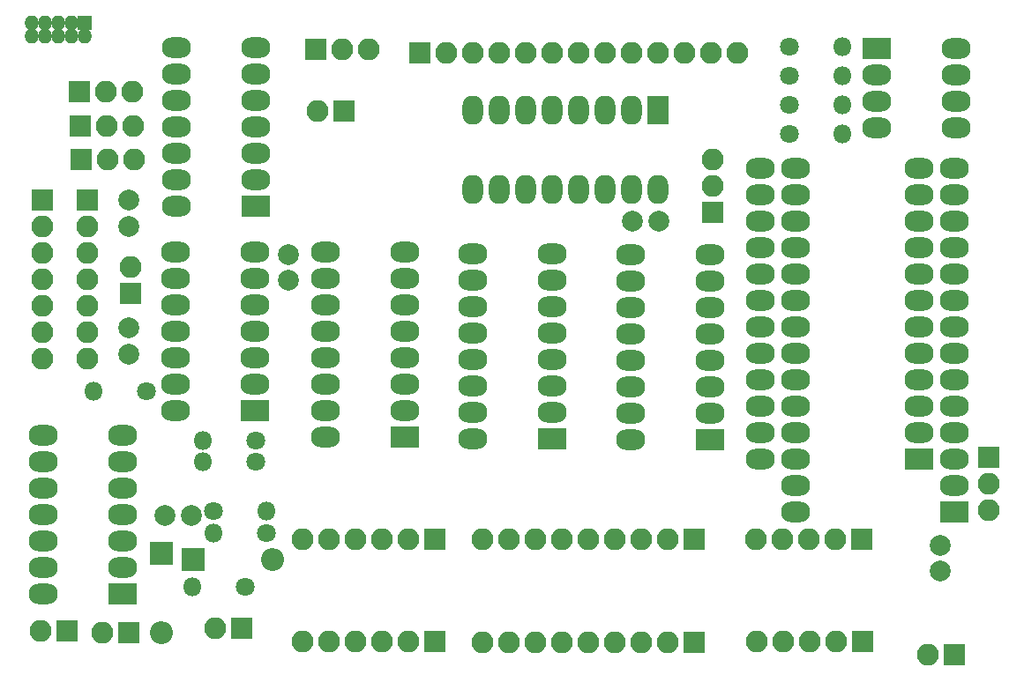
<source format=gbs>
G04 #@! TF.FileFunction,Soldermask,Bot*
%FSLAX46Y46*%
G04 Gerber Fmt 4.6, Leading zero omitted, Abs format (unit mm)*
G04 Created by KiCad (PCBNEW 4.0.4-stable) date 07/21/17 22:17:58*
%MOMM*%
%LPD*%
G01*
G04 APERTURE LIST*
%ADD10C,0.100000*%
%ADD11C,2.000000*%
%ADD12R,2.100000X2.100000*%
%ADD13O,2.100000X2.100000*%
%ADD14R,2.800000X2.000000*%
%ADD15O,2.800000X2.000000*%
%ADD16R,2.000000X2.800000*%
%ADD17O,2.000000X2.800000*%
%ADD18C,1.800000*%
%ADD19O,1.800000X1.800000*%
%ADD20R,2.200000X2.200000*%
%ADD21O,2.200000X2.200000*%
%ADD22R,1.400000X1.400000*%
%ADD23O,1.400000X1.400000*%
G04 APERTURE END LIST*
D10*
D11*
X124815600Y-65176400D03*
X124815600Y-67676400D03*
X140106400Y-72898000D03*
X140106400Y-70398000D03*
X175666400Y-67208400D03*
X173166400Y-67208400D03*
D12*
X195173600Y-97790000D03*
D13*
X192633600Y-97790000D03*
X190093600Y-97790000D03*
X187553600Y-97790000D03*
X185013600Y-97790000D03*
D12*
X195224400Y-107543600D03*
D13*
X192684400Y-107543600D03*
X190144400Y-107543600D03*
X187604400Y-107543600D03*
X185064400Y-107543600D03*
D12*
X179019200Y-97790000D03*
D13*
X176479200Y-97790000D03*
X173939200Y-97790000D03*
X171399200Y-97790000D03*
X168859200Y-97790000D03*
X166319200Y-97790000D03*
X163779200Y-97790000D03*
X161239200Y-97790000D03*
X158699200Y-97790000D03*
D12*
X179019200Y-107645200D03*
D13*
X176479200Y-107645200D03*
X173939200Y-107645200D03*
X171399200Y-107645200D03*
X168859200Y-107645200D03*
X166319200Y-107645200D03*
X163779200Y-107645200D03*
X161239200Y-107645200D03*
X158699200Y-107645200D03*
D12*
X154127200Y-97790000D03*
D13*
X151587200Y-97790000D03*
X149047200Y-97790000D03*
X146507200Y-97790000D03*
X143967200Y-97790000D03*
X141427200Y-97790000D03*
D12*
X154178000Y-107594400D03*
D13*
X151638000Y-107594400D03*
X149098000Y-107594400D03*
X146558000Y-107594400D03*
X144018000Y-107594400D03*
X141478000Y-107594400D03*
D12*
X152704800Y-51054000D03*
D13*
X155244800Y-51054000D03*
X157784800Y-51054000D03*
X160324800Y-51054000D03*
X162864800Y-51054000D03*
X165404800Y-51054000D03*
X167944800Y-51054000D03*
X170484800Y-51054000D03*
X173024800Y-51054000D03*
X175564800Y-51054000D03*
X178104800Y-51054000D03*
X180644800Y-51054000D03*
X183184800Y-51054000D03*
D12*
X204063600Y-108864400D03*
D13*
X201523600Y-108864400D03*
D12*
X145440400Y-56591200D03*
D13*
X142900400Y-56591200D03*
D12*
X124764800Y-106730800D03*
D13*
X122224800Y-106730800D03*
D12*
X118821200Y-106578400D03*
D13*
X116281200Y-106578400D03*
D12*
X124968000Y-74117200D03*
D13*
X124968000Y-71577200D03*
D14*
X136906000Y-85394800D03*
D15*
X129286000Y-70154800D03*
X136906000Y-82854800D03*
X129286000Y-72694800D03*
X136906000Y-80314800D03*
X129286000Y-75234800D03*
X136906000Y-77774800D03*
X129286000Y-77774800D03*
X136906000Y-75234800D03*
X129286000Y-80314800D03*
X136906000Y-72694800D03*
X129286000Y-82854800D03*
X136906000Y-70154800D03*
X129286000Y-85394800D03*
D14*
X151307800Y-87934800D03*
D15*
X143687800Y-70154800D03*
X151307800Y-85394800D03*
X143687800Y-72694800D03*
X151307800Y-82854800D03*
X143687800Y-75234800D03*
X151307800Y-80314800D03*
X143687800Y-77774800D03*
X151307800Y-77774800D03*
X143687800Y-80314800D03*
X151307800Y-75234800D03*
X143687800Y-82854800D03*
X151307800Y-72694800D03*
X143687800Y-85394800D03*
X151307800Y-70154800D03*
X143687800Y-87934800D03*
D14*
X165455600Y-88112600D03*
D15*
X157835600Y-70332600D03*
X165455600Y-85572600D03*
X157835600Y-72872600D03*
X165455600Y-83032600D03*
X157835600Y-75412600D03*
X165455600Y-80492600D03*
X157835600Y-77952600D03*
X165455600Y-77952600D03*
X157835600Y-80492600D03*
X165455600Y-75412600D03*
X157835600Y-83032600D03*
X165455600Y-72872600D03*
X157835600Y-85572600D03*
X165455600Y-70332600D03*
X157835600Y-88112600D03*
D14*
X180568600Y-88188800D03*
D15*
X172948600Y-70408800D03*
X180568600Y-85648800D03*
X172948600Y-72948800D03*
X180568600Y-83108800D03*
X172948600Y-75488800D03*
X180568600Y-80568800D03*
X172948600Y-78028800D03*
X180568600Y-78028800D03*
X172948600Y-80568800D03*
X180568600Y-75488800D03*
X172948600Y-83108800D03*
X180568600Y-72948800D03*
X172948600Y-85648800D03*
X180568600Y-70408800D03*
X172948600Y-88188800D03*
D16*
X175564800Y-56489600D03*
D17*
X157784800Y-64109600D03*
X173024800Y-56489600D03*
X160324800Y-64109600D03*
X170484800Y-56489600D03*
X162864800Y-64109600D03*
X167944800Y-56489600D03*
X165404800Y-64109600D03*
X165404800Y-56489600D03*
X167944800Y-64109600D03*
X162864800Y-56489600D03*
X170484800Y-64109600D03*
X160324800Y-56489600D03*
X173024800Y-64109600D03*
X157784800Y-56489600D03*
X175564800Y-64109600D03*
D11*
X202641200Y-100838000D03*
X202641200Y-98338000D03*
X130759200Y-95453200D03*
X128259200Y-95453200D03*
X124764800Y-79959200D03*
X124764800Y-77459200D03*
D12*
X120040400Y-54711600D03*
D13*
X122580400Y-54711600D03*
X125120400Y-54711600D03*
D12*
X120142000Y-58013600D03*
D13*
X122682000Y-58013600D03*
X125222000Y-58013600D03*
D12*
X120192800Y-61264800D03*
D13*
X122732800Y-61264800D03*
X125272800Y-61264800D03*
D12*
X120802400Y-65125600D03*
D13*
X120802400Y-67665600D03*
X120802400Y-70205600D03*
X120802400Y-72745600D03*
X120802400Y-75285600D03*
X120802400Y-77825600D03*
X120802400Y-80365600D03*
D12*
X116484400Y-65125600D03*
D13*
X116484400Y-67665600D03*
X116484400Y-70205600D03*
X116484400Y-72745600D03*
X116484400Y-75285600D03*
X116484400Y-77825600D03*
X116484400Y-80365600D03*
D12*
X180848000Y-66344800D03*
D13*
X180848000Y-63804800D03*
X180848000Y-61264800D03*
D12*
X207365600Y-89916000D03*
D13*
X207365600Y-92456000D03*
X207365600Y-94996000D03*
D12*
X135585200Y-106324400D03*
D13*
X133045200Y-106324400D03*
D18*
X188214000Y-58775600D03*
D19*
X193294000Y-58775600D03*
D18*
X188214000Y-56032400D03*
D19*
X193294000Y-56032400D03*
D18*
X188214000Y-53238400D03*
D19*
X193294000Y-53238400D03*
D18*
X188214000Y-50393600D03*
D19*
X193294000Y-50393600D03*
D14*
X196545200Y-50596800D03*
D15*
X204165200Y-58216800D03*
X196545200Y-53136800D03*
X204165200Y-55676800D03*
X196545200Y-55676800D03*
X204165200Y-53136800D03*
X196545200Y-58216800D03*
X204165200Y-50596800D03*
D14*
X200660000Y-90068400D03*
D15*
X185420000Y-62128400D03*
X200660000Y-87528400D03*
X185420000Y-64668400D03*
X200660000Y-84988400D03*
X185420000Y-67208400D03*
X200660000Y-82448400D03*
X185420000Y-69748400D03*
X200660000Y-79908400D03*
X185420000Y-72288400D03*
X200660000Y-77368400D03*
X185420000Y-74828400D03*
X200660000Y-74828400D03*
X185420000Y-77368400D03*
X200660000Y-72288400D03*
X185420000Y-79908400D03*
X200660000Y-69748400D03*
X185420000Y-82448400D03*
X200660000Y-67208400D03*
X185420000Y-84988400D03*
X200660000Y-64668400D03*
X185420000Y-87528400D03*
X200660000Y-62128400D03*
X185420000Y-90068400D03*
D14*
X204063600Y-95148400D03*
D15*
X188823600Y-62128400D03*
X204063600Y-92608400D03*
X188823600Y-64668400D03*
X204063600Y-90068400D03*
X188823600Y-67208400D03*
X204063600Y-87528400D03*
X188823600Y-69748400D03*
X204063600Y-84988400D03*
X188823600Y-72288400D03*
X204063600Y-82448400D03*
X188823600Y-74828400D03*
X204063600Y-79908400D03*
X188823600Y-77368400D03*
X204063600Y-77368400D03*
X188823600Y-79908400D03*
X204063600Y-74828400D03*
X188823600Y-82448400D03*
X204063600Y-72288400D03*
X188823600Y-84988400D03*
X204063600Y-69748400D03*
X188823600Y-87528400D03*
X204063600Y-67208400D03*
X188823600Y-90068400D03*
X204063600Y-64668400D03*
X188823600Y-92608400D03*
X204063600Y-62128400D03*
X188823600Y-95148400D03*
D14*
X136956800Y-65735200D03*
D15*
X129336800Y-50495200D03*
X136956800Y-63195200D03*
X129336800Y-53035200D03*
X136956800Y-60655200D03*
X129336800Y-55575200D03*
X136956800Y-58115200D03*
X129336800Y-58115200D03*
X136956800Y-55575200D03*
X129336800Y-60655200D03*
X136956800Y-53035200D03*
X129336800Y-63195200D03*
X136956800Y-50495200D03*
X129336800Y-65735200D03*
D14*
X124155200Y-103022400D03*
D15*
X116535200Y-87782400D03*
X124155200Y-100482400D03*
X116535200Y-90322400D03*
X124155200Y-97942400D03*
X116535200Y-92862400D03*
X124155200Y-95402400D03*
X116535200Y-95402400D03*
X124155200Y-92862400D03*
X116535200Y-97942400D03*
X124155200Y-90322400D03*
X116535200Y-100482400D03*
X124155200Y-87782400D03*
X116535200Y-103022400D03*
D12*
X142748000Y-50698400D03*
D13*
X145288000Y-50698400D03*
X147828000Y-50698400D03*
D18*
X137007600Y-90322400D03*
D19*
X131927600Y-90322400D03*
D18*
X135991600Y-102362000D03*
D19*
X130911600Y-102362000D03*
D18*
X126492000Y-83566000D03*
D19*
X121412000Y-83566000D03*
D18*
X137972800Y-97129600D03*
D19*
X132892800Y-97129600D03*
D18*
X132892800Y-95046800D03*
D19*
X137972800Y-95046800D03*
D18*
X137007600Y-88290400D03*
D19*
X131927600Y-88290400D03*
D20*
X127914400Y-99110800D03*
D21*
X127914400Y-106730800D03*
D20*
X130962400Y-99720400D03*
D21*
X138582400Y-99720400D03*
D22*
X120548400Y-48158400D03*
D23*
X120548400Y-49428400D03*
X119278400Y-48158400D03*
X119278400Y-49428400D03*
X118008400Y-48158400D03*
X118008400Y-49428400D03*
X116738400Y-48158400D03*
X116738400Y-49428400D03*
X115468400Y-48158400D03*
X115468400Y-49428400D03*
M02*

</source>
